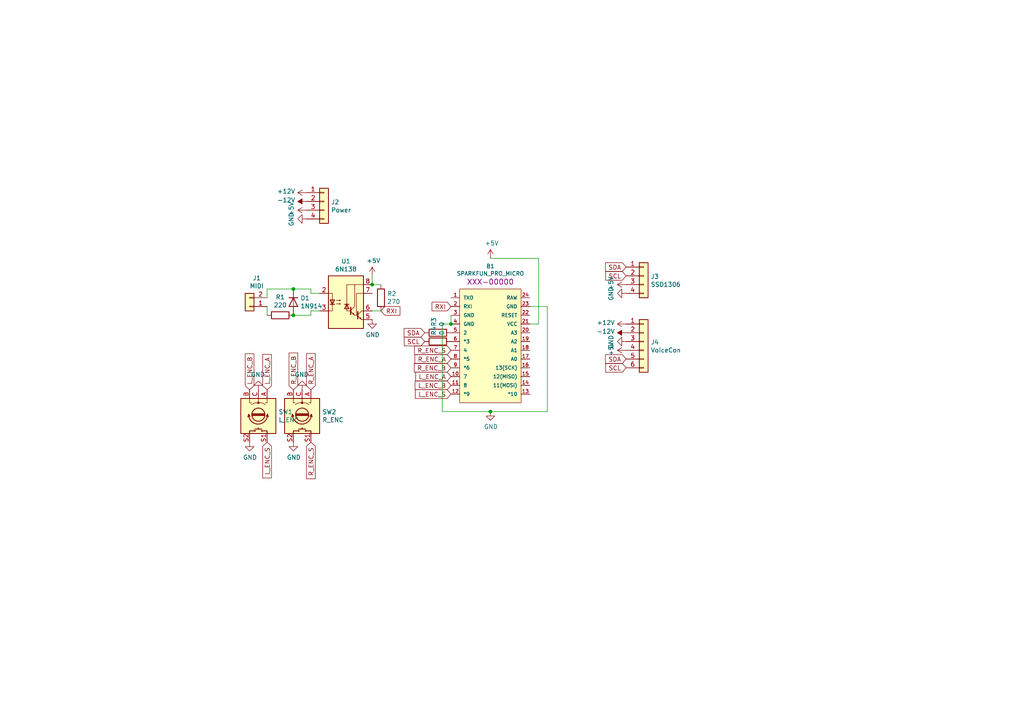
<source format=kicad_sch>
(kicad_sch (version 20211123) (generator eeschema)
  (paper "A4")
  (lib_symbols
    (symbol "Connector_Generic:Conn_01x02" (pin_names (offset 1.016) hide)
      (property "Reference" "J" (at 0 2.54 0))
      (property "Value" "Conn_01x02" (at 0 -5.08 0))
      (symbol "Conn_01x02_1_1"
        (rectangle (start -1.27 -2.413) (end 0 -2.667) (stroke (width 0.1524)))
        (rectangle (start -1.27 0.127) (end 0 -0.127) (stroke (width 0.1524)))
        (rectangle (start -1.27 1.27) (end 1.27 -3.81) (stroke (width 0.254)) (fill (type background)))
        (pin passive line (at -5.08 0 0) (length 3.81) (name "Pin_1") (number "1"))
        (pin passive line (at -5.08 -2.54 0) (length 3.81) (name "Pin_2") (number "2"))
      )
    )
    (symbol "Connector_Generic:Conn_01x04" (pin_names (offset 1.016) hide)
      (property "Reference" "J" (at 0 5.08 0))
      (property "Value" "Conn_01x04" (at 0 -7.62 0))
      (symbol "Conn_01x04_1_1"
        (rectangle (start -1.27 -4.953) (end 0 -5.207) (stroke (width 0.1524)))
        (rectangle (start -1.27 -2.413) (end 0 -2.667) (stroke (width 0.1524)))
        (rectangle (start -1.27 0.127) (end 0 -0.127) (stroke (width 0.1524)))
        (rectangle (start -1.27 2.667) (end 0 2.413) (stroke (width 0.1524)))
        (rectangle (start -1.27 3.81) (end 1.27 -6.35) (stroke (width 0.254)) (fill (type background)))
        (pin passive line (at -5.08 2.54 0) (length 3.81) (name "Pin_1") (number "1"))
        (pin passive line (at -5.08 0 0) (length 3.81) (name "Pin_2") (number "2"))
        (pin passive line (at -5.08 -2.54 0) (length 3.81) (name "Pin_3") (number "3"))
        (pin passive line (at -5.08 -5.08 0) (length 3.81) (name "Pin_4") (number "4"))
      )
    )
    (symbol "Connector_Generic:Conn_01x06" (pin_names (offset 1.016) hide)
      (property "Reference" "J" (at 0 7.62 0))
      (property "Value" "Conn_01x06" (at 0 -10.16 0))
      (symbol "Conn_01x06_1_1"
        (rectangle (start -1.27 -7.493) (end 0 -7.747) (stroke (width 0.1524)))
        (rectangle (start -1.27 -4.953) (end 0 -5.207) (stroke (width 0.1524)))
        (rectangle (start -1.27 -2.413) (end 0 -2.667) (stroke (width 0.1524)))
        (rectangle (start -1.27 0.127) (end 0 -0.127) (stroke (width 0.1524)))
        (rectangle (start -1.27 2.667) (end 0 2.413) (stroke (width 0.1524)))
        (rectangle (start -1.27 5.207) (end 0 4.953) (stroke (width 0.1524)))
        (rectangle (start -1.27 6.35) (end 1.27 -8.89) (stroke (width 0.254)) (fill (type background)))
        (pin passive line (at -5.08 5.08 0) (length 3.81) (name "Pin_1") (number "1"))
        (pin passive line (at -5.08 2.54 0) (length 3.81) (name "Pin_2") (number "2"))
        (pin passive line (at -5.08 0 0) (length 3.81) (name "Pin_3") (number "3"))
        (pin passive line (at -5.08 -2.54 0) (length 3.81) (name "Pin_4") (number "4"))
        (pin passive line (at -5.08 -5.08 0) (length 3.81) (name "Pin_5") (number "5"))
        (pin passive line (at -5.08 -7.62 0) (length 3.81) (name "Pin_6") (number "6"))
      )
    )
    (symbol "Device:R" (pin_numbers hide) (pin_names (offset 0))
      (property "Reference" "R" (at 2.032 0 90))
      (property "Value" "R" (at 0 0 90))
      (symbol "R_0_1"
        (rectangle (start -1.016 -2.54) (end 1.016 2.54) (stroke (width 0.254)))
      )
      (symbol "R_1_1"
        (pin passive line (at 0 3.81 270) (length 1.27) (name "~") (number "1"))
        (pin passive line (at 0 -3.81 90) (length 1.27) (name "~") (number "2"))
      )
    )
    (symbol "Diode:1N914" (pin_numbers hide) (pin_names (offset 1.016) hide)
      (property "Reference" "D" (at 0 2.54 0))
      (property "Value" "1N914" (at 0 -2.54 0))
      (symbol "1N914_0_1"
        (polyline (pts (xy -1.27 1.27) (xy -1.27 -1.27)) (stroke (width 0.254)))
        (polyline (pts (xy 1.27 0) (xy -1.27 0)))
        (polyline (pts (xy 1.27 1.27) (xy 1.27 -1.27) (xy -1.27 0) (xy 1.27 1.27)) (stroke (width 0.254)))
      )
      (symbol "1N914_1_1"
        (pin passive line (at -3.81 0 0) (length 2.54) (name "K") (number "1"))
        (pin passive line (at 3.81 0 180) (length 2.54) (name "A") (number "2"))
      )
    )
    (symbol "Isolator:6N138" (pin_names (offset 1.016) hide)
      (property "Reference" "U" (at -4.064 8.89 0))
      (property "Value" "6N138" (at 2.286 8.89 0))
      (symbol "6N138_0_1"
        (rectangle (start -5.08 7.62) (end 5.08 -7.62) (stroke (width 0.254)) (fill (type background)))
        (polyline (pts (xy -4.572 -0.635) (xy -3.302 -0.635)) (stroke (width 0.254)))
        (polyline (pts (xy 0.889 -0.635) (xy -0.381 -0.635)) (stroke (width 0.254)))
        (polyline (pts (xy 1.397 -2.667) (xy 2.54 -3.81)))
        (polyline (pts (xy 1.397 -2.413) (xy 2.54 -1.27)))
        (polyline (pts (xy 2.54 -3.81) (xy 3.175 -3.81)))
        (polyline (pts (xy 3.429 -3.937) (xy 4.572 -5.08)))
        (polyline (pts (xy 3.429 -3.683) (xy 4.572 -2.54)))
        (polyline (pts (xy 4.572 -5.08) (xy 5.08 -5.08)))
        (polyline (pts (xy 4.572 -2.54) (xy 5.08 -2.54)))
        (polyline (pts (xy 1.397 -1.524) (xy 1.397 -3.556) (xy 1.397 -3.556)) (stroke (width 0.3556)))
        (polyline (pts (xy 2.54 -1.27) (xy 2.54 5.08) (xy 5.08 5.08)))
        (polyline (pts (xy 3.429 -2.794) (xy 3.429 -4.826) (xy 3.429 -4.826)) (stroke (width 0.3556)))
        (polyline (pts (xy 5.08 2.54) (xy 3.048 2.54) (xy 3.048 -3.81)))
        (polyline (pts (xy -5.08 -2.54) (xy -3.937 -2.54) (xy -3.937 2.54) (xy -5.08 2.54)))
        (polyline (pts (xy -3.937 -0.635) (xy -4.572 0.635) (xy -3.302 0.635) (xy -3.937 -0.635)) (stroke (width 0.254)))
        (polyline (pts (xy 0.254 -0.635) (xy 0.889 -1.905) (xy -0.381 -1.905) (xy 0.254 -0.635)) (stroke (width 0.254)))
        (polyline (pts (xy 1.27 -2.54) (xy 0.254 -2.54) (xy 0.254 5.08) (xy 2.54 5.08)))
        (polyline (pts (xy 2.413 -3.683) (xy 2.159 -3.175) (xy 1.905 -3.429) (xy 2.413 -3.683)))
        (polyline (pts (xy 4.445 -4.953) (xy 4.191 -4.445) (xy 3.937 -4.699) (xy 4.445 -4.953)))
        (polyline (pts (xy -2.794 -0.508) (xy -1.524 -0.508) (xy -1.905 -0.635) (xy -1.905 -0.381) (xy -1.524 -0.508)))
        (polyline (pts (xy -2.794 0.508) (xy -1.524 0.508) (xy -1.905 0.381) (xy -1.905 0.635) (xy -1.524 0.508)))
      )
      (symbol "6N138_1_1"
        (pin no_connect line (at -5.08 5.08 0) (length 2.54) hide (name "NC") (number "1"))
        (pin passive line (at -7.62 2.54 0) (length 2.54) (name "C1") (number "2"))
        (pin passive line (at -7.62 -2.54 0) (length 2.54) (name "C2") (number "3"))
        (pin no_connect line (at -5.08 -5.08 0) (length 2.54) hide (name "NC") (number "4"))
        (pin passive line (at 7.62 -5.08 180) (length 2.54) (name "GND") (number "5"))
        (pin passive line (at 7.62 -2.54 180) (length 2.54) (name "VO2") (number "6"))
        (pin passive line (at 7.62 2.54 180) (length 2.54) (name "VO1") (number "7"))
        (pin passive line (at 7.62 5.08 180) (length 2.54) (name "VCC") (number "8"))
      )
    )
    (symbol "WKController-rescue:Rotary_Encoder_Switch-Device" (pin_names (offset 0.254) hide)
      (property "Reference" "SW" (at 0 6.604 0))
      (property "Value" "Rotary_Encoder_Switch-Device" (at 0 -6.604 0))
      (symbol "Rotary_Encoder_Switch-Device_0_1"
        (rectangle (start -5.08 5.08) (end 5.08 -5.08) (stroke (width 0.254)) (fill (type background)))
        (circle (center -3.81 0) (radius 0.254) (fill (type outline)))
        (arc (start -0.381 -2.794) (mid 2.3622 -0.0508) (end -0.381 2.667) (stroke (width 0.254)))
        (circle (center -0.381 0) (radius 1.905) (stroke (width 0.254)))
        (polyline (pts (xy -0.635 -1.778) (xy -0.635 1.778)) (stroke (width 0.254)))
        (polyline (pts (xy -0.381 -1.778) (xy -0.381 1.778)) (stroke (width 0.254)))
        (polyline (pts (xy -0.127 1.778) (xy -0.127 -1.778)) (stroke (width 0.254)))
        (polyline (pts (xy 3.81 0) (xy 3.429 0)) (stroke (width 0.254)))
        (polyline (pts (xy 3.81 1.016) (xy 3.81 -1.016)) (stroke (width 0.254)))
        (polyline (pts (xy -5.08 -2.54) (xy -3.81 -2.54) (xy -3.81 -2.032)))
        (polyline (pts (xy -5.08 2.54) (xy -3.81 2.54) (xy -3.81 2.032)))
        (polyline (pts (xy 0.254 -3.048) (xy -0.508 -2.794) (xy 0.127 -2.413)) (stroke (width 0.254)))
        (polyline (pts (xy 0.254 2.921) (xy -0.508 2.667) (xy 0.127 2.286)) (stroke (width 0.254)))
        (polyline (pts (xy 5.08 -2.54) (xy 4.318 -2.54) (xy 4.318 -1.016)) (stroke (width 0.254)))
        (polyline (pts (xy 5.08 2.54) (xy 4.318 2.54) (xy 4.318 1.016)) (stroke (width 0.254)))
        (polyline (pts (xy -5.08 0) (xy -3.81 0) (xy -3.81 -1.016) (xy -3.302 -2.032)))
        (polyline (pts (xy -4.318 0) (xy -3.81 0) (xy -3.81 1.016) (xy -3.302 2.032)))
        (circle (center 4.318 -1.016) (radius 0.127) (stroke (width 0.254)))
        (circle (center 4.318 1.016) (radius 0.127) (stroke (width 0.254)))
      )
      (symbol "Rotary_Encoder_Switch-Device_1_1"
        (pin passive line (at -7.62 2.54 0) (length 2.54) (name "A") (number "A"))
        (pin passive line (at -7.62 -2.54 0) (length 2.54) (name "B") (number "B"))
        (pin passive line (at -7.62 0 0) (length 2.54) (name "C") (number "C"))
        (pin passive line (at 7.62 2.54 180) (length 2.54) (name "S1") (number "S1"))
        (pin passive line (at 7.62 -2.54 180) (length 2.54) (name "S2") (number "S2"))
      )
    )
    (symbol "WKController-rescue:SPARKFUN_PRO_MICRO-SparkFun-Boards" (pin_names (offset 1.016))
      (property "Reference" "B" (at -8.89 17.78 0))
      (property "Value" "SPARKFUN_PRO_MICRO-SparkFun-Boards" (at -8.89 -19.05 0))
      (property "Field4" "XXX-00000" (at 0 21.59 0))
      (symbol "SPARKFUN_PRO_MICRO-SparkFun-Boards_1_1"
        (polyline (pts (xy -8.89 16.51) (xy -8.89 -16.51) (xy 8.89 -16.51) (xy 8.89 16.51) (xy -8.89 16.51)) (fill (type background)))
        (pin bidirectional line (at -11.43 13.97 0) (length 2.54) (name "TXO") (number "1"))
        (pin bidirectional line (at -11.43 -8.89 0) (length 2.54) (name "7") (number "10"))
        (pin bidirectional line (at -11.43 -11.43 0) (length 2.54) (name "8") (number "11"))
        (pin bidirectional line (at -11.43 -13.97 0) (length 2.54) (name "*9") (number "12"))
        (pin bidirectional line (at 11.43 -13.97 180) (length 2.54) (name "*10") (number "13"))
        (pin bidirectional line (at 11.43 -11.43 180) (length 2.54) (name "11(MOSI)") (number "14"))
        (pin bidirectional line (at 11.43 -8.89 180) (length 2.54) (name "12(MISO)") (number "15"))
        (pin bidirectional line (at 11.43 -6.35 180) (length 2.54) (name "13(SCK)") (number "16"))
        (pin bidirectional line (at 11.43 -3.81 180) (length 2.54) (name "A0") (number "17"))
        (pin bidirectional line (at 11.43 -1.27 180) (length 2.54) (name "A1") (number "18"))
        (pin bidirectional line (at 11.43 1.27 180) (length 2.54) (name "A2") (number "19"))
        (pin bidirectional line (at -11.43 11.43 0) (length 2.54) (name "RXI") (number "2"))
        (pin bidirectional line (at 11.43 3.81 180) (length 2.54) (name "A3") (number "20"))
        (pin power_in line (at 11.43 6.35 180) (length 2.54) (name "VCC") (number "21"))
        (pin bidirectional line (at 11.43 8.89 180) (length 2.54) (name "RESET") (number "22"))
        (pin power_in line (at 11.43 11.43 180) (length 2.54) (name "GND") (number "23"))
        (pin power_in line (at 11.43 13.97 180) (length 2.54) (name "RAW") (number "24"))
        (pin power_in line (at -11.43 8.89 0) (length 2.54) (name "GND") (number "3"))
        (pin power_in line (at -11.43 6.35 0) (length 2.54) (name "GND") (number "4"))
        (pin bidirectional line (at -11.43 3.81 0) (length 2.54) (name "2") (number "5"))
        (pin bidirectional line (at -11.43 1.27 0) (length 2.54) (name "*3") (number "6"))
        (pin bidirectional line (at -11.43 -1.27 0) (length 2.54) (name "4") (number "7"))
        (pin bidirectional line (at -11.43 -3.81 0) (length 2.54) (name "*5") (number "8"))
        (pin bidirectional line (at -11.43 -6.35 0) (length 2.54) (name "*6") (number "9"))
      )
    )
    (symbol "power:+12V" (power) (pin_names (offset 0))
      (property "Value" "+12V" (at 0 3.556 0))
      (symbol "+12V_0_1"
        (polyline (pts (xy -0.762 1.27) (xy 0 2.54)))
        (polyline (pts (xy 0 0) (xy 0 2.54)))
        (polyline (pts (xy 0 2.54) (xy 0.762 1.27)))
      )
      (symbol "+12V_1_1"
        (pin power_in line (at 0 0 90) (length 0) hide (name "+12V") (number "1"))
      )
    )
    (symbol "power:+5V" (power) (pin_names (offset 0))
      (property "Value" "+5V" (at 0 3.556 0))
      (symbol "+5V_0_1"
        (polyline (pts (xy -0.762 1.27) (xy 0 2.54)))
        (polyline (pts (xy 0 0) (xy 0 2.54)))
        (polyline (pts (xy 0 2.54) (xy 0.762 1.27)))
      )
      (symbol "+5V_1_1"
        (pin power_in line (at 0 0 90) (length 0) hide (name "+5V") (number "1"))
      )
    )
    (symbol "power:-12V" (power) (pin_names (offset 0))
      (property "Value" "-12V" (at 0 3.81 0))
      (symbol "-12V_0_0"
        (pin power_in line (at 0 0 90) (length 0) hide (name "-12V") (number "1"))
      )
      (symbol "-12V_0_1"
        (polyline (pts (xy 0 0) (xy 0 1.27) (xy 0.762 1.27) (xy 0 2.54) (xy -0.762 1.27) (xy 0 1.27)) (fill (type outline)))
      )
    )
    (symbol "power:GND" (power) (pin_names (offset 0))
      (property "Value" "GND" (at 0 -3.81 0))
      (symbol "GND_0_1"
        (polyline (pts (xy 0 0) (xy 0 -1.27) (xy 1.27 -1.27) (xy 0 -2.54) (xy -1.27 -1.27) (xy 0 -1.27)))
      )
      (symbol "GND_1_1"
        (pin power_in line (at 0 0 270) (length 0) hide (name "GND") (number "1"))
      )
    )
  )
  (junction (at 107.95 82.55))
  (junction (at 130.81 93.98))
  (junction (at 85.09 83.82))
  (junction (at 85.09 91.44))
  (junction (at 142.24 119.38))
  (wire (pts (xy 110.49 82.55) (xy 107.95 82.55)))
  (wire (pts (xy 130.81 91.44) (xy 130.81 93.98)))
  (wire (pts (xy 110.49 90.17) (xy 107.95 90.17)))
  (wire (pts (xy 158.75 119.38) (xy 142.24 119.38)))
  (wire (pts (xy 128.27 119.38) (xy 142.24 119.38)))
  (wire (pts (xy 77.47 91.44) (xy 77.47 88.9)))
  (wire (pts (xy 128.27 93.98) (xy 128.27 119.38)))
  (wire (pts (xy 92.71 85.09) (xy 90.17 85.09)))
  (wire (pts (xy 90.17 83.82) (xy 85.09 83.82)))
  (wire (pts (xy 130.81 93.98) (xy 128.27 93.98)))
  (wire (pts (xy 90.17 91.44) (xy 90.17 90.17)))
  (wire (pts (xy 142.24 74.93) (xy 156.21 74.93)))
  (wire (pts (xy 153.67 88.9) (xy 158.75 88.9)))
  (wire (pts (xy 85.09 91.44) (xy 90.17 91.44)))
  (wire (pts (xy 107.95 82.55) (xy 107.95 80.01)))
  (wire (pts (xy 156.21 74.93) (xy 156.21 93.98)))
  (wire (pts (xy 156.21 93.98) (xy 153.67 93.98)))
  (wire (pts (xy 85.09 83.82) (xy 77.47 83.82)))
  (wire (pts (xy 90.17 85.09) (xy 90.17 83.82)))
  (wire (pts (xy 158.75 88.9) (xy 158.75 119.38)))
  (wire (pts (xy 90.17 90.17) (xy 92.71 90.17)))
  (wire (pts (xy 77.47 83.82) (xy 77.47 86.36)))
  (global_label "SDA" (shape input) (at 123.19 96.52 180) (property "Intersheet References" "${INTERSHEET_REFS}" (effects hide)))
  (global_label "L_ENC_S" (shape input) (at 130.81 114.3 180) (property "Intersheet References" "${INTERSHEET_REFS}" (effects hide)))
  (global_label "SDA" (shape input) (at 181.61 104.14 180) (property "Intersheet References" "${INTERSHEET_REFS}" (effects hide)))
  (global_label "SCL" (shape input) (at 181.61 80.01 180) (property "Intersheet References" "${INTERSHEET_REFS}" (effects hide)))
  (global_label "R_ENC_S" (shape input) (at 90.17 128.27 270) (property "Intersheet References" "${INTERSHEET_REFS}" (effects hide)))
  (global_label "L_ENC_S" (shape input) (at 77.47 128.27 270) (property "Intersheet References" "${INTERSHEET_REFS}" (effects hide)))
  (global_label "SCL" (shape input) (at 181.61 106.68 180) (property "Intersheet References" "${INTERSHEET_REFS}" (effects hide)))
  (global_label "R_ENC_B" (shape input) (at 130.81 106.68 180) (property "Intersheet References" "${INTERSHEET_REFS}" (effects hide)))
  (global_label "SDA" (shape input) (at 181.61 77.47 180) (property "Intersheet References" "${INTERSHEET_REFS}" (effects hide)))
  (global_label "SCL" (shape input) (at 123.19 99.06 180) (property "Intersheet References" "${INTERSHEET_REFS}" (effects hide)))
  (global_label "L_ENC_B" (shape input) (at 72.39 113.03 90) (property "Intersheet References" "${INTERSHEET_REFS}" (effects hide)))
  (global_label "L_ENC_A" (shape input) (at 77.47 113.03 90) (property "Intersheet References" "${INTERSHEET_REFS}" (effects hide)))
  (global_label "L_ENC_A" (shape input) (at 130.81 109.22 180) (property "Intersheet References" "${INTERSHEET_REFS}" (effects hide)))
  (global_label "R_ENC_S" (shape input) (at 130.81 101.6 180) (property "Intersheet References" "${INTERSHEET_REFS}" (effects hide)))
  (global_label "RXI" (shape input) (at 110.49 90.17 0) (property "Intersheet References" "${INTERSHEET_REFS}" (effects hide)))
  (global_label "R_ENC_A" (shape input) (at 130.81 104.14 180) (property "Intersheet References" "${INTERSHEET_REFS}" (effects hide)))
  (global_label "RXI" (shape input) (at 130.81 88.9 180) (property "Intersheet References" "${INTERSHEET_REFS}" (effects hide)))
  (global_label "R_ENC_B" (shape input) (at 85.09 113.03 90) (property "Intersheet References" "${INTERSHEET_REFS}" (effects hide)))
  (global_label "R_ENC_A" (shape input) (at 90.17 113.03 90) (property "Intersheet References" "${INTERSHEET_REFS}" (effects hide)))
  (global_label "L_ENC_B" (shape input) (at 130.81 111.76 180) (property "Intersheet References" "${INTERSHEET_REFS}" (effects hide)))
  (symbol (lib_id "Isolator:6N138") (at 100.33 87.63 0) (unit 1)
    (property "Reference" "U1" (at 100.33 75.7682 0))
    (property "Value" "6N138" (at 100.33 78.0796 0))
    (property "Footprint" "Package_DIP:DIP-8_W7.62mm_Socket_LongPads" (effects hide))
    (property "Datasheet" "http://www.onsemi.com/pub/Collateral/HCPL2731-D.pdf" (effects hide))
  )
  (symbol (lib_id "Device:R") (at 81.28 91.44 90) (unit 1)
    (property "Reference" "R1" (at 81.28 86.1822 90))
    (property "Value" "220" (at 81.28 88.4936 90))
    (property "Footprint" "Resistor_THT:R_Axial_DIN0207_L6.3mm_D2.5mm_P10.16mm_Horizontal" (effects hide))
  )
  (symbol (lib_id "Device:R") (at 110.49 86.36 0) (unit 1)
    (property "Reference" "R2" (at 112.268 85.1916 0) (effects (justify left)))
    (property "Value" "270" (at 112.268 87.503 0) (effects (justify left)))
    (property "Footprint" "Resistor_THT:R_Axial_DIN0207_L6.3mm_D2.5mm_P10.16mm_Horizontal" (effects hide))
  )
  (symbol (lib_id "Diode:1N914") (at 85.09 87.63 270) (unit 1)
    (property "Reference" "D1" (at 87.122 86.4616 90) (effects (justify left)))
    (property "Value" "1N914" (at 87.122 88.773 90) (effects (justify left)))
    (property "Footprint" "Diode_THT:D_DO-35_SOD27_P7.62mm_Horizontal" (effects hide))
    (property "Datasheet" "http://www.vishay.com/docs/85622/1n914.pdf" (effects hide))
  )
  (symbol (lib_id "power:+5V") (at 107.95 80.01 0) (unit 1)
    (property "Reference" "#PWR0101" (effects hide))
    (property "Value" "+5V" (at 108.331 75.6158 0))
  )
  (symbol (lib_id "power:GND") (at 107.95 92.71 0) (unit 1)
    (property "Reference" "#PWR0102" (effects hide))
    (property "Value" "GND" (at 108.077 97.1042 0))
  )
  (symbol (lib_id "WKController-rescue:Rotary_Encoder_Switch-Device") (at 74.93 120.65 270) (unit 1)
    (property "Reference" "SW1" (at 80.772 119.4816 90) (effects (justify left)))
    (property "Value" "L_ENC" (at 80.772 121.793 90) (effects (justify left)))
    (property "Footprint" "Rotary_Encoder:RotaryEncoder_Alps_EC11E-Switch_Vertical_H20mm" (effects hide))
  )
  (symbol (lib_id "WKController-rescue:Rotary_Encoder_Switch-Device") (at 87.63 120.65 270) (unit 1)
    (property "Reference" "SW2" (at 93.472 119.4816 90) (effects (justify left)))
    (property "Value" "R_ENC" (at 93.472 121.793 90) (effects (justify left)))
    (property "Footprint" "Rotary_Encoder:RotaryEncoder_Alps_EC11E-Switch_Vertical_H20mm" (effects hide))
  )
  (symbol (lib_id "power:GND") (at 74.93 113.03 180) (unit 1)
    (property "Reference" "#PWR0103" (effects hide))
    (property "Value" "GND" (at 74.803 108.6358 0))
  )
  (symbol (lib_id "power:GND") (at 87.63 113.03 180) (unit 1)
    (property "Reference" "#PWR0104" (effects hide))
    (property "Value" "GND" (at 87.503 108.6358 0))
  )
  (symbol (lib_id "power:GND") (at 72.39 128.27 0) (unit 1)
    (property "Reference" "#PWR0105" (effects hide))
    (property "Value" "GND" (at 72.517 132.6642 0))
  )
  (symbol (lib_id "power:GND") (at 85.09 128.27 0) (unit 1)
    (property "Reference" "#PWR0106" (effects hide))
    (property "Value" "GND" (at 85.217 132.6642 0))
  )
  (symbol (lib_id "WKController-rescue:SPARKFUN_PRO_MICRO-SparkFun-Boards") (at 142.24 100.33 0) (unit 1)
    (property "Reference" "B1" (at 142.24 77.216 0) (effects (font (size 1.143 1.143))))
    (property "Value" "SPARKFUN_PRO_MICRO" (at 142.24 79.3496 0) (effects (font (size 1.143 1.143))))
    (property "Footprint" "Boards:SPARKFUN_PRO_MICRO" (effects hide))
    (property "Field4" "XXX-00000" (at 142.24 81.7626 0) (effects (font (size 1.524 1.524))))
  )
  (symbol (lib_id "power:+5V") (at 142.24 74.93 0) (unit 1)
    (property "Reference" "#PWR0107" (effects hide))
    (property "Value" "+5V" (at 142.621 70.5358 0))
  )
  (symbol (lib_id "power:GND") (at 142.24 119.38 0) (unit 1)
    (property "Reference" "#PWR0108" (effects hide))
    (property "Value" "GND" (at 142.367 123.7742 0))
  )
  (symbol (lib_id "Connector_Generic:Conn_01x04") (at 186.69 80.01 0) (unit 1)
    (property "Reference" "J3" (at 188.722 80.2132 0) (effects (justify left)))
    (property "Value" "SSD1306" (at 188.722 82.5246 0) (effects (justify left)))
    (property "Footprint" "Connector_PinSocket_2.54mm:PinSocket_1x04_P2.54mm_Horizontal" (effects hide))
  )
  (symbol (lib_id "power:+5V") (at 181.61 82.55 90) (unit 1)
    (property "Reference" "#PWR0109" (effects hide))
    (property "Value" "+5V" (at 177.2158 82.169 0))
  )
  (symbol (lib_id "power:GND") (at 181.61 85.09 270) (unit 1)
    (property "Reference" "#PWR0110" (effects hide))
    (property "Value" "GND" (at 177.2158 85.217 0))
  )
  (symbol (lib_id "power:GND") (at 88.9 63.5 270) (unit 1)
    (property "Reference" "#PWR0111" (effects hide))
    (property "Value" "GND" (at 84.5058 63.627 0))
  )
  (symbol (lib_id "power:+12V") (at 88.9 55.88 90) (unit 1)
    (property "Reference" "#PWR0112" (effects hide))
    (property "Value" "+12V" (at 85.6488 55.499 90) (effects (justify left)))
  )
  (symbol (lib_id "Connector_Generic:Conn_01x04") (at 93.98 58.42 0) (unit 1)
    (property "Reference" "J2" (at 96.012 58.6232 0) (effects (justify left)))
    (property "Value" "Power" (at 96.012 60.9346 0) (effects (justify left)))
    (property "Footprint" "Connector_PinHeader_2.54mm:PinHeader_1x04_P2.54mm_Horizontal" (effects hide))
  )
  (symbol (lib_id "power:+5V") (at 88.9 60.96 90) (unit 1)
    (property "Reference" "#PWR0113" (effects hide))
    (property "Value" "+5V" (at 84.5058 60.579 0))
  )
  (symbol (lib_id "power:-12V") (at 88.9 58.42 90) (unit 1)
    (property "Reference" "#PWR0114" (effects hide))
    (property "Value" "-12V" (at 85.6488 58.039 90) (effects (justify left)))
  )
  (symbol (lib_id "Connector_Generic:Conn_01x06") (at 186.69 99.06 0) (unit 1)
    (property "Reference" "J4" (at 188.722 99.2632 0) (effects (justify left)))
    (property "Value" "VoiceCon" (at 188.722 101.5746 0) (effects (justify left)))
    (property "Footprint" "Connector_PinSocket_2.54mm:PinSocket_1x06_P2.54mm_Horizontal" (effects hide))
  )
  (symbol (lib_id "power:+12V") (at 181.61 93.98 90) (unit 1)
    (property "Reference" "#PWR0115" (effects hide))
    (property "Value" "+12V" (at 178.3588 93.599 90) (effects (justify left)))
  )
  (symbol (lib_id "power:-12V") (at 181.61 96.52 90) (unit 1)
    (property "Reference" "#PWR0116" (effects hide))
    (property "Value" "-12V" (at 178.3588 96.139 90) (effects (justify left)))
  )
  (symbol (lib_id "power:GND") (at 181.61 99.06 270) (unit 1)
    (property "Reference" "#PWR0117" (effects hide))
    (property "Value" "GND" (at 177.2158 99.187 0))
  )
  (symbol (lib_id "power:+5V") (at 181.61 101.6 90) (unit 1)
    (property "Reference" "#PWR0118" (effects hide))
    (property "Value" "+5V" (at 177.2158 101.219 0))
  )
  (symbol (lib_id "Connector_Generic:Conn_01x02") (at 72.39 88.9 180) (unit 1)
    (property "Reference" "J1" (at 74.4728 80.645 0))
    (property "Value" "MIDI" (at 74.4728 82.9564 0))
    (property "Footprint" "Connector_PinHeader_2.54mm:PinHeader_1x02_P2.54mm_Horizontal" (effects hide))
  )
  (symbol (lib_id "Device:R") (at 127 96.52 90) (unit 1)
    (property "Reference" "R3" (at 125.8316 94.742 0) (effects (justify left)))
    (property "Value" "0" (at 128.143 94.742 0) (effects (justify left)))
    (property "Footprint" "Resistor_THT:R_Axial_DIN0207_L6.3mm_D2.5mm_P10.16mm_Horizontal" (effects hide))
  )
  (symbol (lib_id "Device:R") (at 127 99.06 90) (unit 1)
    (property "Reference" "R4" (at 125.8316 97.282 0) (effects (justify left)))
    (property "Value" "0" (at 128.143 97.282 0) (effects (justify left)))
    (property "Footprint" "Resistor_THT:R_Axial_DIN0207_L6.3mm_D2.5mm_P10.16mm_Horizontal" (effects hide))
  )
)
</source>
